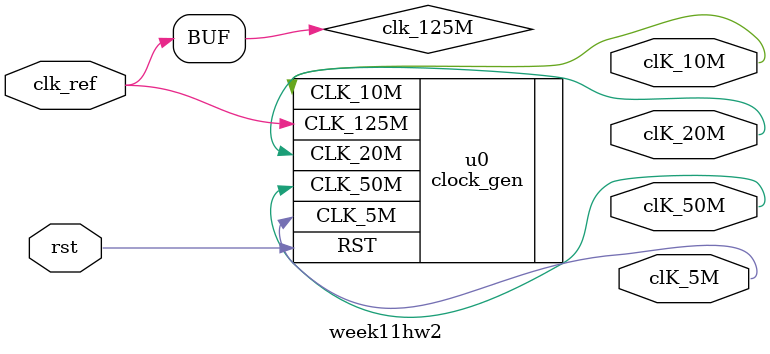
<source format=v>
`timescale 1ns / 1ps

module week11hw2(
    
	 input clk_ref,
	 input rst,
	 output clK_50M,
	 output clK_20M,
	 output clK_10M,
	 output clK_5M			//input,output ¼³Á¤
	 );

	 wire clk_125M = clk_ref;

clock_gen u0 (

	 .CLK_125M(clk_125M),      
    .CLK_50M(clK_50M),     
    .CLK_20M(clK_20M),     
    .CLK_10M(clK_10M),     
    .CLK_5M(clK_5M),     
    .RST(rst)       

);					//clock generator module ºÒ·¯¿È.



endmodule

</source>
